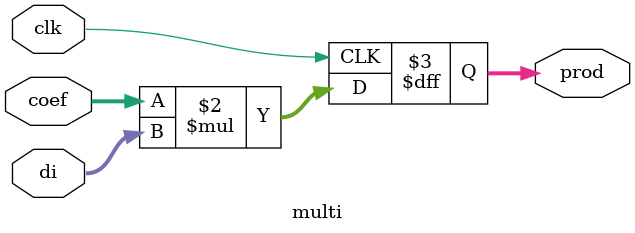
<source format=v>
module multi(
	input wire clk,
	input wire [15:0] coef,
	input wire [15:0] di,
	output reg [31:0] prod
);
	always @(posedge clk) begin
		prod <= coef * di; 
	end
	
endmodule

</source>
